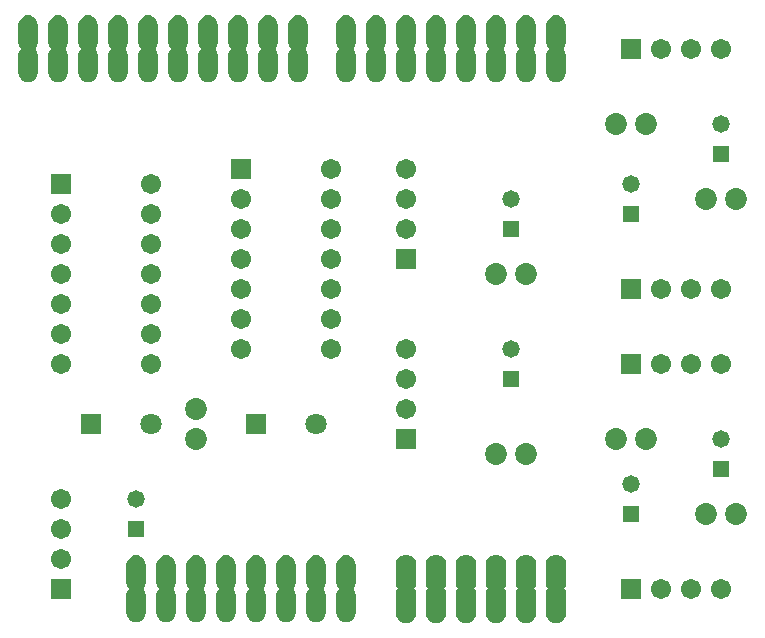
<source format=gbr>
G04 DipTrace 2.4.0.2*
%INTopMask.gbr*%
%MOIN*%
%ADD32R,0.071X0.071*%
%ADD34C,0.071*%
%ADD36C,0.073*%
%ADD38C,0.0671*%
%ADD40R,0.0671X0.0671*%
%ADD42R,0.058X0.058*%
%ADD44C,0.058*%
%FSLAX44Y44*%
G04*
G70*
G90*
G75*
G01*
%LNTopMask*%
%LPD*%
G36*
X17100Y5243D2*
X17120Y5356D1*
X17179Y5459D1*
X17270Y5535D1*
X17381Y5576D1*
X17499D1*
X17610Y5535D1*
X17701Y5459D1*
X17760Y5357D1*
X17780Y5244D1*
Y4637D1*
X17760Y4524D1*
X17701Y4421D1*
X17611Y4345D1*
X17500Y4305D1*
X17381D1*
X17270Y4345D1*
X17179Y4421D1*
X17120Y4523D1*
X17100Y4636D1*
Y5243D1*
G37*
G36*
X18100D2*
X18120Y5356D1*
X18179Y5459D1*
X18270Y5535D1*
X18381Y5576D1*
X18499D1*
X18610Y5535D1*
X18701Y5459D1*
X18760Y5357D1*
X18780Y5244D1*
Y4637D1*
X18760Y4524D1*
X18701Y4421D1*
X18611Y4345D1*
X18500Y4305D1*
X18381D1*
X18270Y4345D1*
X18179Y4421D1*
X18120Y4523D1*
X18100Y4636D1*
Y5243D1*
G37*
G36*
X19100D2*
X19120Y5356D1*
X19179Y5459D1*
X19270Y5535D1*
X19381Y5576D1*
X19499D1*
X19610Y5535D1*
X19701Y5459D1*
X19760Y5357D1*
X19780Y5244D1*
Y4637D1*
X19760Y4524D1*
X19701Y4421D1*
X19611Y4345D1*
X19500Y4305D1*
X19381D1*
X19270Y4345D1*
X19179Y4421D1*
X19120Y4523D1*
X19100Y4636D1*
Y5243D1*
G37*
G36*
X20100D2*
X20120Y5356D1*
X20179Y5459D1*
X20270Y5535D1*
X20381Y5576D1*
X20499D1*
X20610Y5535D1*
X20701Y5459D1*
X20760Y5357D1*
X20780Y5244D1*
Y4637D1*
X20760Y4524D1*
X20701Y4421D1*
X20611Y4345D1*
X20500Y4305D1*
X20381D1*
X20270Y4345D1*
X20179Y4421D1*
X20120Y4523D1*
X20100Y4636D1*
Y5243D1*
G37*
G36*
X21100D2*
X21120Y5356D1*
X21179Y5459D1*
X21270Y5535D1*
X21381Y5576D1*
X21499D1*
X21610Y5535D1*
X21701Y5459D1*
X21760Y5357D1*
X21780Y5244D1*
Y4637D1*
X21760Y4524D1*
X21701Y4421D1*
X21611Y4345D1*
X21500Y4305D1*
X21381D1*
X21270Y4345D1*
X21179Y4421D1*
X21120Y4523D1*
X21100Y4636D1*
Y5243D1*
G37*
G36*
X22100D2*
X22120Y5356D1*
X22179Y5459D1*
X22270Y5535D1*
X22381Y5576D1*
X22499D1*
X22610Y5535D1*
X22701Y5459D1*
X22760Y5357D1*
X22780Y5244D1*
Y4637D1*
X22760Y4524D1*
X22701Y4421D1*
X22611Y4345D1*
X22500Y4305D1*
X22381D1*
X22270Y4345D1*
X22179Y4421D1*
X22120Y4523D1*
X22100Y4636D1*
Y5243D1*
G37*
G36*
X22767Y23650D2*
X22748Y23541D1*
X22691Y23443D1*
X22604Y23369D1*
X22497Y23330D1*
X22384D1*
X22277Y23369D1*
X22189Y23442D1*
X22132Y23541D1*
X22113Y23649D1*
Y24230D1*
X22132Y24339D1*
X22189Y24438D1*
X22276Y24511D1*
X22383Y24550D1*
X22497D1*
X22604Y24511D1*
X22691Y24438D1*
X22748Y24340D1*
X22767Y24231D1*
Y23650D1*
G37*
G36*
X21767D2*
X21748Y23541D1*
X21691Y23443D1*
X21604Y23369D1*
X21497Y23330D1*
X21384D1*
X21277Y23369D1*
X21189Y23442D1*
X21132Y23541D1*
X21113Y23649D1*
Y24230D1*
X21132Y24339D1*
X21189Y24438D1*
X21276Y24511D1*
X21383Y24550D1*
X21497D1*
X21604Y24511D1*
X21691Y24438D1*
X21748Y24340D1*
X21767Y24231D1*
Y23650D1*
G37*
G36*
X20767D2*
X20748Y23541D1*
X20691Y23443D1*
X20604Y23369D1*
X20497Y23330D1*
X20384D1*
X20277Y23369D1*
X20189Y23442D1*
X20132Y23541D1*
X20113Y23649D1*
Y24230D1*
X20132Y24339D1*
X20189Y24438D1*
X20276Y24511D1*
X20383Y24550D1*
X20497D1*
X20604Y24511D1*
X20691Y24438D1*
X20748Y24340D1*
X20767Y24231D1*
Y23650D1*
G37*
G36*
X19767D2*
X19748Y23541D1*
X19691Y23443D1*
X19604Y23369D1*
X19497Y23330D1*
X19384D1*
X19277Y23369D1*
X19189Y23442D1*
X19132Y23541D1*
X19113Y23649D1*
Y24230D1*
X19132Y24339D1*
X19189Y24438D1*
X19276Y24511D1*
X19383Y24550D1*
X19497D1*
X19604Y24511D1*
X19691Y24438D1*
X19748Y24340D1*
X19767Y24231D1*
Y23650D1*
G37*
G36*
X18767D2*
X18748Y23541D1*
X18691Y23443D1*
X18604Y23369D1*
X18497Y23330D1*
X18384D1*
X18277Y23369D1*
X18189Y23442D1*
X18132Y23541D1*
X18113Y23649D1*
Y24230D1*
X18132Y24339D1*
X18189Y24438D1*
X18276Y24511D1*
X18383Y24550D1*
X18497D1*
X18604Y24511D1*
X18691Y24438D1*
X18748Y24340D1*
X18767Y24231D1*
Y23650D1*
G37*
G36*
X17767D2*
X17748Y23541D1*
X17691Y23443D1*
X17604Y23369D1*
X17497Y23330D1*
X17384D1*
X17277Y23369D1*
X17189Y23442D1*
X17132Y23541D1*
X17113Y23649D1*
Y24230D1*
X17132Y24339D1*
X17189Y24438D1*
X17276Y24511D1*
X17383Y24550D1*
X17497D1*
X17604Y24511D1*
X17691Y24438D1*
X17748Y24340D1*
X17767Y24231D1*
Y23650D1*
G37*
G36*
X16767D2*
X16748Y23541D1*
X16691Y23443D1*
X16604Y23369D1*
X16497Y23330D1*
X16384D1*
X16277Y23369D1*
X16189Y23442D1*
X16132Y23541D1*
X16113Y23649D1*
Y24230D1*
X16132Y24339D1*
X16189Y24438D1*
X16276Y24511D1*
X16383Y24550D1*
X16497D1*
X16604Y24511D1*
X16691Y24438D1*
X16748Y24340D1*
X16767Y24231D1*
Y23650D1*
G37*
G36*
X15767D2*
X15748Y23541D1*
X15691Y23443D1*
X15604Y23369D1*
X15497Y23330D1*
X15384D1*
X15277Y23369D1*
X15189Y23442D1*
X15132Y23541D1*
X15113Y23649D1*
Y24230D1*
X15132Y24339D1*
X15189Y24438D1*
X15276Y24511D1*
X15383Y24550D1*
X15497D1*
X15604Y24511D1*
X15691Y24438D1*
X15748Y24340D1*
X15767Y24231D1*
Y23650D1*
G37*
G36*
X8113Y5230D2*
X8132Y5339D1*
X8189Y5438D1*
X8276Y5511D1*
X8383Y5550D1*
X8497D1*
X8604Y5511D1*
X8691Y5438D1*
X8748Y5340D1*
X8767Y5231D1*
Y4650D1*
X8748Y4541D1*
X8691Y4443D1*
X8604Y4369D1*
X8497Y4330D1*
X8384D1*
X8277Y4369D1*
X8189Y4442D1*
X8132Y4541D1*
X8113Y4649D1*
Y5230D1*
G37*
G36*
X9113D2*
X9132Y5339D1*
X9189Y5438D1*
X9276Y5511D1*
X9383Y5550D1*
X9497D1*
X9604Y5511D1*
X9691Y5438D1*
X9748Y5340D1*
X9767Y5231D1*
Y4650D1*
X9748Y4541D1*
X9691Y4443D1*
X9604Y4369D1*
X9497Y4330D1*
X9384D1*
X9277Y4369D1*
X9189Y4442D1*
X9132Y4541D1*
X9113Y4649D1*
Y5230D1*
G37*
G36*
X10113D2*
X10132Y5339D1*
X10189Y5438D1*
X10276Y5511D1*
X10383Y5550D1*
X10497D1*
X10604Y5511D1*
X10691Y5438D1*
X10748Y5340D1*
X10767Y5231D1*
Y4650D1*
X10748Y4541D1*
X10691Y4443D1*
X10604Y4369D1*
X10497Y4330D1*
X10384D1*
X10277Y4369D1*
X10189Y4442D1*
X10132Y4541D1*
X10113Y4649D1*
Y5230D1*
G37*
G36*
X11113D2*
X11132Y5339D1*
X11189Y5438D1*
X11276Y5511D1*
X11383Y5550D1*
X11497D1*
X11604Y5511D1*
X11691Y5438D1*
X11748Y5340D1*
X11767Y5231D1*
Y4650D1*
X11748Y4541D1*
X11691Y4443D1*
X11604Y4369D1*
X11497Y4330D1*
X11384D1*
X11277Y4369D1*
X11189Y4442D1*
X11132Y4541D1*
X11113Y4649D1*
Y5230D1*
G37*
G36*
X12113D2*
X12132Y5339D1*
X12189Y5438D1*
X12276Y5511D1*
X12383Y5550D1*
X12497D1*
X12604Y5511D1*
X12691Y5438D1*
X12748Y5340D1*
X12767Y5231D1*
Y4650D1*
X12748Y4541D1*
X12691Y4443D1*
X12604Y4369D1*
X12497Y4330D1*
X12384D1*
X12277Y4369D1*
X12189Y4442D1*
X12132Y4541D1*
X12113Y4649D1*
Y5230D1*
G37*
G36*
X13113D2*
X13132Y5339D1*
X13189Y5438D1*
X13276Y5511D1*
X13383Y5550D1*
X13497D1*
X13604Y5511D1*
X13691Y5438D1*
X13748Y5340D1*
X13767Y5231D1*
Y4650D1*
X13748Y4541D1*
X13691Y4443D1*
X13604Y4369D1*
X13497Y4330D1*
X13384D1*
X13277Y4369D1*
X13189Y4442D1*
X13132Y4541D1*
X13113Y4649D1*
Y5230D1*
G37*
G36*
X14113D2*
X14132Y5339D1*
X14189Y5438D1*
X14276Y5511D1*
X14383Y5550D1*
X14497D1*
X14604Y5511D1*
X14691Y5438D1*
X14748Y5340D1*
X14767Y5231D1*
Y4650D1*
X14748Y4541D1*
X14691Y4443D1*
X14604Y4369D1*
X14497Y4330D1*
X14384D1*
X14277Y4369D1*
X14189Y4442D1*
X14132Y4541D1*
X14113Y4649D1*
Y5230D1*
G37*
G36*
X15113D2*
X15132Y5339D1*
X15189Y5438D1*
X15276Y5511D1*
X15383Y5550D1*
X15497D1*
X15604Y5511D1*
X15691Y5438D1*
X15748Y5340D1*
X15767Y5231D1*
Y4650D1*
X15748Y4541D1*
X15691Y4443D1*
X15604Y4369D1*
X15497Y4330D1*
X15384D1*
X15277Y4369D1*
X15189Y4442D1*
X15132Y4541D1*
X15113Y4649D1*
Y5230D1*
G37*
G36*
X14167Y23650D2*
X14148Y23541D1*
X14091Y23443D1*
X14004Y23369D1*
X13897Y23330D1*
X13784D1*
X13677Y23369D1*
X13589Y23442D1*
X13532Y23541D1*
X13513Y23649D1*
Y24230D1*
X13532Y24339D1*
X13589Y24438D1*
X13676Y24511D1*
X13783Y24550D1*
X13897D1*
X14004Y24511D1*
X14091Y24438D1*
X14148Y24340D1*
X14167Y24231D1*
Y23650D1*
G37*
G36*
X13167D2*
X13148Y23541D1*
X13091Y23443D1*
X13004Y23369D1*
X12897Y23330D1*
X12784D1*
X12677Y23369D1*
X12589Y23442D1*
X12532Y23541D1*
X12513Y23649D1*
Y24230D1*
X12532Y24339D1*
X12589Y24438D1*
X12676Y24511D1*
X12783Y24550D1*
X12897D1*
X13004Y24511D1*
X13091Y24438D1*
X13148Y24340D1*
X13167Y24231D1*
Y23650D1*
G37*
G36*
X12167D2*
X12148Y23541D1*
X12091Y23443D1*
X12004Y23369D1*
X11897Y23330D1*
X11784D1*
X11677Y23369D1*
X11589Y23442D1*
X11532Y23541D1*
X11513Y23649D1*
Y24230D1*
X11532Y24339D1*
X11589Y24438D1*
X11676Y24511D1*
X11783Y24550D1*
X11897D1*
X12004Y24511D1*
X12091Y24438D1*
X12148Y24340D1*
X12167Y24231D1*
Y23650D1*
G37*
G36*
X11167D2*
X11148Y23541D1*
X11091Y23443D1*
X11004Y23369D1*
X10897Y23330D1*
X10784D1*
X10677Y23369D1*
X10589Y23442D1*
X10532Y23541D1*
X10513Y23649D1*
Y24230D1*
X10532Y24339D1*
X10589Y24438D1*
X10676Y24511D1*
X10783Y24550D1*
X10897D1*
X11004Y24511D1*
X11091Y24438D1*
X11148Y24340D1*
X11167Y24231D1*
Y23650D1*
G37*
G36*
X10167D2*
X10148Y23541D1*
X10091Y23443D1*
X10004Y23369D1*
X9897Y23330D1*
X9784D1*
X9677Y23369D1*
X9589Y23442D1*
X9532Y23541D1*
X9513Y23649D1*
Y24230D1*
X9532Y24339D1*
X9589Y24438D1*
X9676Y24511D1*
X9783Y24550D1*
X9897D1*
X10004Y24511D1*
X10091Y24438D1*
X10148Y24340D1*
X10167Y24231D1*
Y23650D1*
G37*
G36*
X9167D2*
X9148Y23541D1*
X9091Y23443D1*
X9004Y23369D1*
X8897Y23330D1*
X8784D1*
X8677Y23369D1*
X8589Y23442D1*
X8532Y23541D1*
X8513Y23649D1*
Y24230D1*
X8532Y24339D1*
X8589Y24438D1*
X8676Y24511D1*
X8783Y24550D1*
X8897D1*
X9004Y24511D1*
X9091Y24438D1*
X9148Y24340D1*
X9167Y24231D1*
Y23650D1*
G37*
G36*
X8167D2*
X8148Y23541D1*
X8091Y23443D1*
X8004Y23369D1*
X7897Y23330D1*
X7784D1*
X7677Y23369D1*
X7589Y23442D1*
X7532Y23541D1*
X7513Y23649D1*
Y24230D1*
X7532Y24339D1*
X7589Y24438D1*
X7676Y24511D1*
X7783Y24550D1*
X7897D1*
X8004Y24511D1*
X8091Y24438D1*
X8148Y24340D1*
X8167Y24231D1*
Y23650D1*
G37*
G36*
X7167D2*
X7148Y23541D1*
X7091Y23443D1*
X7004Y23369D1*
X6897Y23330D1*
X6784D1*
X6677Y23369D1*
X6589Y23442D1*
X6532Y23541D1*
X6513Y23649D1*
Y24230D1*
X6532Y24339D1*
X6589Y24438D1*
X6676Y24511D1*
X6783Y24550D1*
X6897D1*
X7004Y24511D1*
X7091Y24438D1*
X7148Y24340D1*
X7167Y24231D1*
Y23650D1*
G37*
G36*
X6167D2*
X6148Y23541D1*
X6091Y23443D1*
X6004Y23369D1*
X5897Y23330D1*
X5784D1*
X5677Y23369D1*
X5589Y23442D1*
X5532Y23541D1*
X5513Y23649D1*
Y24230D1*
X5532Y24339D1*
X5589Y24438D1*
X5676Y24511D1*
X5783Y24550D1*
X5897D1*
X6004Y24511D1*
X6091Y24438D1*
X6148Y24340D1*
X6167Y24231D1*
Y23650D1*
G37*
G36*
X5167D2*
X5148Y23541D1*
X5091Y23443D1*
X5004Y23369D1*
X4897Y23330D1*
X4784D1*
X4677Y23369D1*
X4589Y23442D1*
X4532Y23541D1*
X4513Y23649D1*
Y24230D1*
X4532Y24339D1*
X4589Y24438D1*
X4676Y24511D1*
X4783Y24550D1*
X4897D1*
X5004Y24511D1*
X5091Y24438D1*
X5148Y24340D1*
X5167Y24231D1*
Y23650D1*
G37*
G36*
X14167Y22650D2*
X14148Y22541D1*
X14091Y22443D1*
X14004Y22369D1*
X13897Y22330D1*
X13784D1*
X13677Y22369D1*
X13589Y22442D1*
X13532Y22541D1*
X13513Y22649D1*
Y23230D1*
X13532Y23339D1*
X13589Y23438D1*
X13676Y23511D1*
X13783Y23550D1*
X13897D1*
X14004Y23511D1*
X14091Y23438D1*
X14148Y23340D1*
X14167Y23231D1*
Y22650D1*
G37*
G36*
X13167D2*
X13148Y22541D1*
X13091Y22443D1*
X13004Y22369D1*
X12897Y22330D1*
X12784D1*
X12677Y22369D1*
X12589Y22442D1*
X12532Y22541D1*
X12513Y22649D1*
Y23230D1*
X12532Y23339D1*
X12589Y23438D1*
X12676Y23511D1*
X12783Y23550D1*
X12897D1*
X13004Y23511D1*
X13091Y23438D1*
X13148Y23340D1*
X13167Y23231D1*
Y22650D1*
G37*
G36*
X12167D2*
X12148Y22541D1*
X12091Y22443D1*
X12004Y22369D1*
X11897Y22330D1*
X11784D1*
X11677Y22369D1*
X11589Y22442D1*
X11532Y22541D1*
X11513Y22649D1*
Y23230D1*
X11532Y23339D1*
X11589Y23438D1*
X11676Y23511D1*
X11783Y23550D1*
X11897D1*
X12004Y23511D1*
X12091Y23438D1*
X12148Y23340D1*
X12167Y23231D1*
Y22650D1*
G37*
G36*
X11167D2*
X11148Y22541D1*
X11091Y22443D1*
X11004Y22369D1*
X10897Y22330D1*
X10784D1*
X10677Y22369D1*
X10589Y22442D1*
X10532Y22541D1*
X10513Y22649D1*
Y23230D1*
X10532Y23339D1*
X10589Y23438D1*
X10676Y23511D1*
X10783Y23550D1*
X10897D1*
X11004Y23511D1*
X11091Y23438D1*
X11148Y23340D1*
X11167Y23231D1*
Y22650D1*
G37*
G36*
X10167D2*
X10148Y22541D1*
X10091Y22443D1*
X10004Y22369D1*
X9897Y22330D1*
X9784D1*
X9677Y22369D1*
X9589Y22442D1*
X9532Y22541D1*
X9513Y22649D1*
Y23230D1*
X9532Y23339D1*
X9589Y23438D1*
X9676Y23511D1*
X9783Y23550D1*
X9897D1*
X10004Y23511D1*
X10091Y23438D1*
X10148Y23340D1*
X10167Y23231D1*
Y22650D1*
G37*
G36*
X9167D2*
X9148Y22541D1*
X9091Y22443D1*
X9004Y22369D1*
X8897Y22330D1*
X8784D1*
X8677Y22369D1*
X8589Y22442D1*
X8532Y22541D1*
X8513Y22649D1*
Y23230D1*
X8532Y23339D1*
X8589Y23438D1*
X8676Y23511D1*
X8783Y23550D1*
X8897D1*
X9004Y23511D1*
X9091Y23438D1*
X9148Y23340D1*
X9167Y23231D1*
Y22650D1*
G37*
G36*
X8167D2*
X8148Y22541D1*
X8091Y22443D1*
X8004Y22369D1*
X7897Y22330D1*
X7784D1*
X7677Y22369D1*
X7589Y22442D1*
X7532Y22541D1*
X7513Y22649D1*
Y23230D1*
X7532Y23339D1*
X7589Y23438D1*
X7676Y23511D1*
X7783Y23550D1*
X7897D1*
X8004Y23511D1*
X8091Y23438D1*
X8148Y23340D1*
X8167Y23231D1*
Y22650D1*
G37*
G36*
X7167D2*
X7148Y22541D1*
X7091Y22443D1*
X7004Y22369D1*
X6897Y22330D1*
X6784D1*
X6677Y22369D1*
X6589Y22442D1*
X6532Y22541D1*
X6513Y22649D1*
Y23230D1*
X6532Y23339D1*
X6589Y23438D1*
X6676Y23511D1*
X6783Y23550D1*
X6897D1*
X7004Y23511D1*
X7091Y23438D1*
X7148Y23340D1*
X7167Y23231D1*
Y22650D1*
G37*
G36*
X6167D2*
X6148Y22541D1*
X6091Y22443D1*
X6004Y22369D1*
X5897Y22330D1*
X5784D1*
X5677Y22369D1*
X5589Y22442D1*
X5532Y22541D1*
X5513Y22649D1*
Y23230D1*
X5532Y23339D1*
X5589Y23438D1*
X5676Y23511D1*
X5783Y23550D1*
X5897D1*
X6004Y23511D1*
X6091Y23438D1*
X6148Y23340D1*
X6167Y23231D1*
Y22650D1*
G37*
G36*
X5167D2*
X5148Y22541D1*
X5091Y22443D1*
X5004Y22369D1*
X4897Y22330D1*
X4784D1*
X4677Y22369D1*
X4589Y22442D1*
X4532Y22541D1*
X4513Y22649D1*
Y23230D1*
X4532Y23339D1*
X4589Y23438D1*
X4676Y23511D1*
X4783Y23550D1*
X4897D1*
X5004Y23511D1*
X5091Y23438D1*
X5148Y23340D1*
X5167Y23231D1*
Y22650D1*
G37*
G36*
X22767D2*
X22748Y22541D1*
X22691Y22443D1*
X22604Y22369D1*
X22497Y22330D1*
X22384D1*
X22277Y22369D1*
X22189Y22442D1*
X22132Y22541D1*
X22113Y22649D1*
Y23230D1*
X22132Y23339D1*
X22189Y23438D1*
X22276Y23511D1*
X22383Y23550D1*
X22497D1*
X22604Y23511D1*
X22691Y23438D1*
X22748Y23340D1*
X22767Y23231D1*
Y22650D1*
G37*
G36*
X21767D2*
X21748Y22541D1*
X21691Y22443D1*
X21604Y22369D1*
X21497Y22330D1*
X21384D1*
X21277Y22369D1*
X21189Y22442D1*
X21132Y22541D1*
X21113Y22649D1*
Y23230D1*
X21132Y23339D1*
X21189Y23438D1*
X21276Y23511D1*
X21383Y23550D1*
X21497D1*
X21604Y23511D1*
X21691Y23438D1*
X21748Y23340D1*
X21767Y23231D1*
Y22650D1*
G37*
G36*
X20767D2*
X20748Y22541D1*
X20691Y22443D1*
X20604Y22369D1*
X20497Y22330D1*
X20384D1*
X20277Y22369D1*
X20189Y22442D1*
X20132Y22541D1*
X20113Y22649D1*
Y23230D1*
X20132Y23339D1*
X20189Y23438D1*
X20276Y23511D1*
X20383Y23550D1*
X20497D1*
X20604Y23511D1*
X20691Y23438D1*
X20748Y23340D1*
X20767Y23231D1*
Y22650D1*
G37*
G36*
X19767D2*
X19748Y22541D1*
X19691Y22443D1*
X19604Y22369D1*
X19497Y22330D1*
X19384D1*
X19277Y22369D1*
X19189Y22442D1*
X19132Y22541D1*
X19113Y22649D1*
Y23230D1*
X19132Y23339D1*
X19189Y23438D1*
X19276Y23511D1*
X19383Y23550D1*
X19497D1*
X19604Y23511D1*
X19691Y23438D1*
X19748Y23340D1*
X19767Y23231D1*
Y22650D1*
G37*
G36*
X18767D2*
X18748Y22541D1*
X18691Y22443D1*
X18604Y22369D1*
X18497Y22330D1*
X18384D1*
X18277Y22369D1*
X18189Y22442D1*
X18132Y22541D1*
X18113Y22649D1*
Y23230D1*
X18132Y23339D1*
X18189Y23438D1*
X18276Y23511D1*
X18383Y23550D1*
X18497D1*
X18604Y23511D1*
X18691Y23438D1*
X18748Y23340D1*
X18767Y23231D1*
Y22650D1*
G37*
G36*
X17767D2*
X17748Y22541D1*
X17691Y22443D1*
X17604Y22369D1*
X17497Y22330D1*
X17384D1*
X17277Y22369D1*
X17189Y22442D1*
X17132Y22541D1*
X17113Y22649D1*
Y23230D1*
X17132Y23339D1*
X17189Y23438D1*
X17276Y23511D1*
X17383Y23550D1*
X17497D1*
X17604Y23511D1*
X17691Y23438D1*
X17748Y23340D1*
X17767Y23231D1*
Y22650D1*
G37*
G36*
X16767D2*
X16748Y22541D1*
X16691Y22443D1*
X16604Y22369D1*
X16497Y22330D1*
X16384D1*
X16277Y22369D1*
X16189Y22442D1*
X16132Y22541D1*
X16113Y22649D1*
Y23230D1*
X16132Y23339D1*
X16189Y23438D1*
X16276Y23511D1*
X16383Y23550D1*
X16497D1*
X16604Y23511D1*
X16691Y23438D1*
X16748Y23340D1*
X16767Y23231D1*
Y22650D1*
G37*
G36*
X15767D2*
X15748Y22541D1*
X15691Y22443D1*
X15604Y22369D1*
X15497Y22330D1*
X15384D1*
X15277Y22369D1*
X15189Y22442D1*
X15132Y22541D1*
X15113Y22649D1*
Y23230D1*
X15132Y23339D1*
X15189Y23438D1*
X15276Y23511D1*
X15383Y23550D1*
X15497D1*
X15604Y23511D1*
X15691Y23438D1*
X15748Y23340D1*
X15767Y23231D1*
Y22650D1*
G37*
G36*
X17100Y6243D2*
X17120Y6356D1*
X17179Y6459D1*
X17270Y6535D1*
X17381Y6576D1*
X17499D1*
X17610Y6535D1*
X17701Y6459D1*
X17760Y6357D1*
X17780Y6244D1*
Y5637D1*
X17760Y5524D1*
X17701Y5421D1*
X17611Y5345D1*
X17500Y5305D1*
X17381D1*
X17270Y5345D1*
X17179Y5421D1*
X17120Y5523D1*
X17100Y5636D1*
Y6243D1*
G37*
G36*
X18100D2*
X18120Y6356D1*
X18179Y6459D1*
X18270Y6535D1*
X18381Y6576D1*
X18499D1*
X18610Y6535D1*
X18701Y6459D1*
X18760Y6357D1*
X18780Y6244D1*
Y5637D1*
X18760Y5524D1*
X18701Y5421D1*
X18611Y5345D1*
X18500Y5305D1*
X18381D1*
X18270Y5345D1*
X18179Y5421D1*
X18120Y5523D1*
X18100Y5636D1*
Y6243D1*
G37*
G36*
X19100D2*
X19120Y6356D1*
X19179Y6459D1*
X19270Y6535D1*
X19381Y6576D1*
X19499D1*
X19610Y6535D1*
X19701Y6459D1*
X19760Y6357D1*
X19780Y6244D1*
Y5637D1*
X19760Y5524D1*
X19701Y5421D1*
X19611Y5345D1*
X19500Y5305D1*
X19381D1*
X19270Y5345D1*
X19179Y5421D1*
X19120Y5523D1*
X19100Y5636D1*
Y6243D1*
G37*
G36*
X20100D2*
X20120Y6356D1*
X20179Y6459D1*
X20270Y6535D1*
X20381Y6576D1*
X20499D1*
X20610Y6535D1*
X20701Y6459D1*
X20760Y6357D1*
X20780Y6244D1*
Y5637D1*
X20760Y5524D1*
X20701Y5421D1*
X20611Y5345D1*
X20500Y5305D1*
X20381D1*
X20270Y5345D1*
X20179Y5421D1*
X20120Y5523D1*
X20100Y5636D1*
Y6243D1*
G37*
G36*
X21100D2*
X21120Y6356D1*
X21179Y6459D1*
X21270Y6535D1*
X21381Y6576D1*
X21499D1*
X21610Y6535D1*
X21701Y6459D1*
X21760Y6357D1*
X21780Y6244D1*
Y5637D1*
X21760Y5524D1*
X21701Y5421D1*
X21611Y5345D1*
X21500Y5305D1*
X21381D1*
X21270Y5345D1*
X21179Y5421D1*
X21120Y5523D1*
X21100Y5636D1*
Y6243D1*
G37*
G36*
X22100D2*
X22120Y6356D1*
X22179Y6459D1*
X22270Y6535D1*
X22381Y6576D1*
X22499D1*
X22610Y6535D1*
X22701Y6459D1*
X22760Y6357D1*
X22780Y6244D1*
Y5637D1*
X22760Y5524D1*
X22701Y5421D1*
X22611Y5345D1*
X22500Y5305D1*
X22381D1*
X22270Y5345D1*
X22179Y5421D1*
X22120Y5523D1*
X22100Y5636D1*
Y6243D1*
G37*
G36*
X8113Y6230D2*
X8132Y6339D1*
X8189Y6438D1*
X8276Y6511D1*
X8383Y6550D1*
X8497D1*
X8604Y6511D1*
X8691Y6438D1*
X8748Y6340D1*
X8767Y6231D1*
Y5650D1*
X8748Y5541D1*
X8691Y5443D1*
X8604Y5369D1*
X8497Y5330D1*
X8384D1*
X8277Y5369D1*
X8189Y5442D1*
X8132Y5541D1*
X8113Y5649D1*
Y6230D1*
G37*
G36*
X9113D2*
X9132Y6339D1*
X9189Y6438D1*
X9276Y6511D1*
X9383Y6550D1*
X9497D1*
X9604Y6511D1*
X9691Y6438D1*
X9748Y6340D1*
X9767Y6231D1*
Y5650D1*
X9748Y5541D1*
X9691Y5443D1*
X9604Y5369D1*
X9497Y5330D1*
X9384D1*
X9277Y5369D1*
X9189Y5442D1*
X9132Y5541D1*
X9113Y5649D1*
Y6230D1*
G37*
G36*
X10113D2*
X10132Y6339D1*
X10189Y6438D1*
X10276Y6511D1*
X10383Y6550D1*
X10497D1*
X10604Y6511D1*
X10691Y6438D1*
X10748Y6340D1*
X10767Y6231D1*
Y5650D1*
X10748Y5541D1*
X10691Y5443D1*
X10604Y5369D1*
X10497Y5330D1*
X10384D1*
X10277Y5369D1*
X10189Y5442D1*
X10132Y5541D1*
X10113Y5649D1*
Y6230D1*
G37*
G36*
X11113D2*
X11132Y6339D1*
X11189Y6438D1*
X11276Y6511D1*
X11383Y6550D1*
X11497D1*
X11604Y6511D1*
X11691Y6438D1*
X11748Y6340D1*
X11767Y6231D1*
Y5650D1*
X11748Y5541D1*
X11691Y5443D1*
X11604Y5369D1*
X11497Y5330D1*
X11384D1*
X11277Y5369D1*
X11189Y5442D1*
X11132Y5541D1*
X11113Y5649D1*
Y6230D1*
G37*
G36*
X12113D2*
X12132Y6339D1*
X12189Y6438D1*
X12276Y6511D1*
X12383Y6550D1*
X12497D1*
X12604Y6511D1*
X12691Y6438D1*
X12748Y6340D1*
X12767Y6231D1*
Y5650D1*
X12748Y5541D1*
X12691Y5443D1*
X12604Y5369D1*
X12497Y5330D1*
X12384D1*
X12277Y5369D1*
X12189Y5442D1*
X12132Y5541D1*
X12113Y5649D1*
Y6230D1*
G37*
G36*
X13113D2*
X13132Y6339D1*
X13189Y6438D1*
X13276Y6511D1*
X13383Y6550D1*
X13497D1*
X13604Y6511D1*
X13691Y6438D1*
X13748Y6340D1*
X13767Y6231D1*
Y5650D1*
X13748Y5541D1*
X13691Y5443D1*
X13604Y5369D1*
X13497Y5330D1*
X13384D1*
X13277Y5369D1*
X13189Y5442D1*
X13132Y5541D1*
X13113Y5649D1*
Y6230D1*
G37*
G36*
X14113D2*
X14132Y6339D1*
X14189Y6438D1*
X14276Y6511D1*
X14383Y6550D1*
X14497D1*
X14604Y6511D1*
X14691Y6438D1*
X14748Y6340D1*
X14767Y6231D1*
Y5650D1*
X14748Y5541D1*
X14691Y5443D1*
X14604Y5369D1*
X14497Y5330D1*
X14384D1*
X14277Y5369D1*
X14189Y5442D1*
X14132Y5541D1*
X14113Y5649D1*
Y6230D1*
G37*
G36*
X15113D2*
X15132Y6339D1*
X15189Y6438D1*
X15276Y6511D1*
X15383Y6550D1*
X15497D1*
X15604Y6511D1*
X15691Y6438D1*
X15748Y6340D1*
X15767Y6231D1*
Y5650D1*
X15748Y5541D1*
X15691Y5443D1*
X15604Y5369D1*
X15497Y5330D1*
X15384D1*
X15277Y5369D1*
X15189Y5442D1*
X15132Y5541D1*
X15113Y5649D1*
Y6230D1*
G37*
D44*
X8440Y8440D3*
D42*
Y7440D3*
D44*
X20940Y18440D3*
D42*
Y17440D3*
D44*
Y13440D3*
D42*
Y12440D3*
D44*
X27940Y20940D3*
D42*
Y19940D3*
D44*
X24940Y18940D3*
D42*
Y17940D3*
D44*
X27940Y10440D3*
D42*
Y9440D3*
D44*
X24940Y8940D3*
D42*
Y7940D3*
D40*
X5940Y5440D3*
D38*
Y6440D3*
Y7440D3*
Y8440D3*
D40*
X17440Y16440D3*
D38*
Y17440D3*
Y18440D3*
Y19440D3*
D40*
Y10440D3*
D38*
Y11440D3*
Y12440D3*
Y13440D3*
D40*
X24940Y23440D3*
D38*
X25940D3*
X26940D3*
X27940D3*
D40*
X24940Y15440D3*
D38*
X25940D3*
X26940D3*
X27940D3*
D40*
X24940Y12940D3*
D38*
X25940D3*
X26940D3*
X27940D3*
D40*
X24940Y5440D3*
D38*
X25940D3*
X26940D3*
X27940D3*
D36*
X10440Y10440D3*
Y11440D3*
X20440Y15940D3*
X21440D3*
X20440Y9940D3*
X21440D3*
X27440Y18440D3*
X28440D3*
X24440Y20940D3*
X25440D3*
X27440Y7940D3*
X28440D3*
X24440Y10440D3*
X25440D3*
D40*
X5940Y18940D3*
D38*
Y17940D3*
Y16940D3*
Y15940D3*
Y14940D3*
Y13940D3*
Y12940D3*
X8940D3*
Y13940D3*
Y14940D3*
Y15940D3*
Y16940D3*
Y17940D3*
Y18940D3*
D40*
X11940Y19440D3*
D38*
Y18440D3*
Y17440D3*
Y16440D3*
Y15440D3*
Y14440D3*
Y13440D3*
X14940D3*
Y14440D3*
Y15440D3*
Y16440D3*
Y17440D3*
Y18440D3*
Y19440D3*
D34*
X8940Y10940D3*
D32*
X6940D3*
D34*
X14440D3*
D32*
X12440D3*
M02*

</source>
